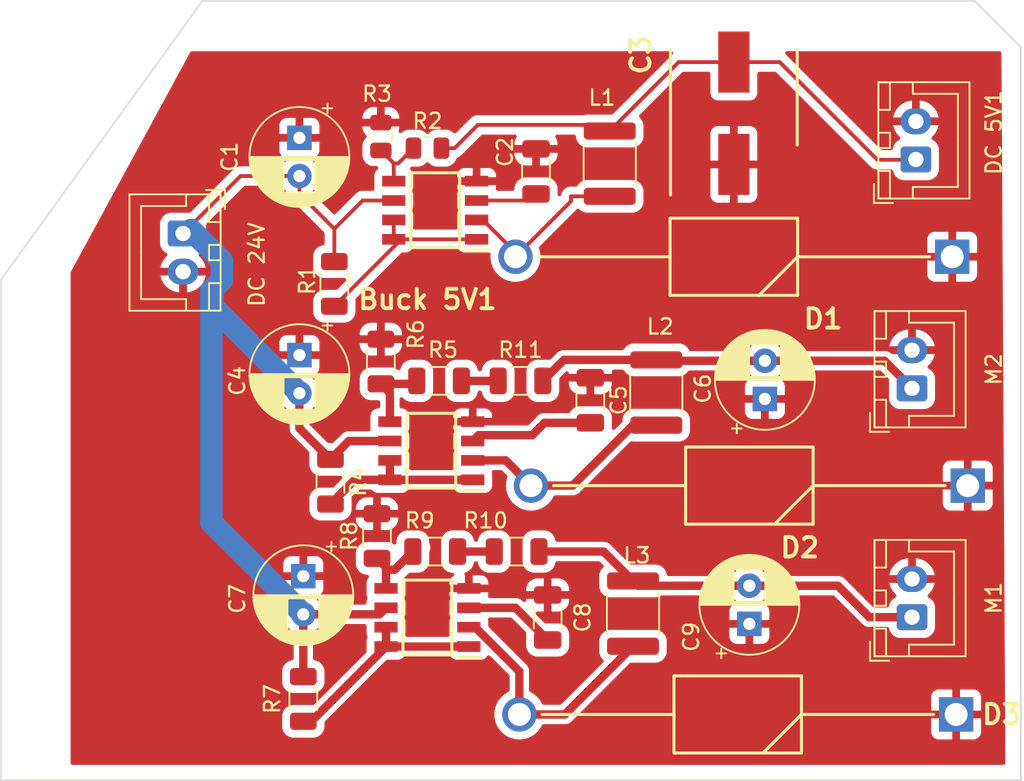
<source format=kicad_pcb>
(kicad_pcb (version 20211014) (generator pcbnew)
  (layers (0 "F.Cu" signal) (31 "B.Cu" signal) (34 "B.Paste" user) (35 "F.Paste" user) (36 "B.SilkS" user "B.Silkscreen") (37 "F.SilkS" user "F.Silkscreen") (38 "B.Mask" user) (39 "F.Mask" user) (44 "Edge.Cuts" user))
  (property "SHEETTOTAL" "1")
  (net 0 "")
  (net 1 "Net-(Buck 5V1-Pad1)")
  (net 2 "Net-(Buck 5V1-Pad2)")
  (net 3 "Net-(Buck 5V1-Pad3)")
  (net 4 "GND")
  (net 5 "Net-(Buck 5V1-Pad5)")
  (net 6 "Net-(Buck 12V2-Pad6)")
  (net 7 "Net-(Buck 12V1-Pad1)")
  (net 8 "Net-(Buck 12V1-Pad2)")
  (net 9 "Net-(Buck 12V1-Pad3)")
  (net 10 "Net-(Buck 12V1-Pad5)")
  (net 11 "Net-(Buck 12V2-Pad1)")
  (net 12 "Net-(Buck 12V2-Pad2)")
  (net 13 "Net-(Buck 12V2-Pad3)")
  (net 14 "Net-(Buck 12V2-Pad5)")
  (net 15 "Net-(C3-Pad2)")
  (net 16 "Net-(C6-Pad2)")
  (net 17 "Net-(C9-Pad2)")
  (net 18 "unconnected-(R5-Pad1)")
  (net 19 "unconnected-(R9-Pad1)")
  (footprint "Resistor_SMD:R_0805_2012Metric" (layer "F.Cu") (at 97.028 54.356 90)
    (fp_text reference "R3" (at 2.794 -0.254 180) (layer "F.SilkS"))
    (fp_text value "1K" hide)
    (pad "1" smd roundrect (at -0.9125 0 90) (size 1.025 1.4) (layers "F.Cu" "F.Paste" "F.Mask") (roundrect_rratio 0.243902) (net 5 "Net-(Buck 5V1-Pad5)"))
    (pad "2" smd roundrect (at 0.9125 0 90) (size 1.025 1.4) (layers "F.Cu" "F.Paste" "F.Mask") (roundrect_rratio 0.243902) (net 4 "GND"))
  )
  (footprint "Capacitor_SMD:C_1206_3216Metric" (layer "F.Cu") (at 107.188 56.642 -90)
    (fp_text reference "C2" (at -1.27 2.032 90) (layer "F.SilkS"))
    (fp_text value "470pF" hide)
    (pad "1" smd roundrect (at -1.475 0 270) (size 1.15 1.8) (layers "F.Cu" "F.Paste" "F.Mask") (roundrect_rratio 0.217391) (net 4 "GND"))
    (pad "2" smd roundrect (at 1.475 0 270) (size 1.15 1.8) (layers "F.Cu" "F.Paste" "F.Mask") (roundrect_rratio 0.217391) (net 3 "Net-(Buck 5V1-Pad3)"))
  )
  (footprint "Connector_JST:JST_XH_B2B-XH-A_1x02_P2.50mm_Vertical" (layer "F.Cu") (at 131.809 85.832 90)
    (fp_text reference "M1" (at 1.25 5.351 90) (layer "F.SilkS"))
    (fp_text value "2 PIN" hide)
    (pad "1" thru_hole roundrect (at 0 0 90) (size 1.7 2) (drill 1) (layers *.Cu *.Mask) (roundrect_rratio 0.147059) (net 17 "Net-(C9-Pad2)"))
    (pad "2" thru_hole oval (at 2.5 0 90) (size 1.7 2) (drill 1) (layers *.Cu *.Mask) (net 4 "GND"))
  )
  (footprint "Capacitor_SMD:C_1206_3216Metric" (layer "F.Cu") (at 110.744 71.628 -90)
    (fp_text reference "C5" (at 0 -1.85 90) (layer "F.SilkS"))
    (fp_text value "390nF" hide)
    (pad "1" smd roundrect (at -1.475 0 270) (size 1.15 1.8) (layers "F.Cu" "F.Paste" "F.Mask") (roundrect_rratio 0.217391) (net 4 "GND"))
    (pad "2" smd roundrect (at 1.475 0 270) (size 1.15 1.8) (layers "F.Cu" "F.Paste" "F.Mask") (roundrect_rratio 0.217391) (net 13 "Net-(Buck 12V2-Pad3)"))
  )
  (footprint "Resistor_SMD:R_0805_2012Metric" (layer "F.Cu") (at 100.076 55.118 180)
    (fp_text reference "R2" (at 0 1.778) (layer "F.SilkS"))
    (fp_text value "3K" hide)
    (pad "1" smd roundrect (at -0.9125 0 180) (size 1.025 1.4) (layers "F.Cu" "F.Paste" "F.Mask") (roundrect_rratio 0.243902) (net 15 "Net-(C3-Pad2)"))
    (pad "2" smd roundrect (at 0.9125 0 180) (size 1.025 1.4) (layers "F.Cu" "F.Paste" "F.Mask") (roundrect_rratio 0.243902) (net 5 "Net-(Buck 5V1-Pad5)"))
  )
  (footprint "Resistor_SMD:R_1206_3216Metric" (layer "F.Cu") (at 106.172 70.358 180)
    (fp_text reference "R11" (at 0 2.032) (layer "F.SilkS"))
    (fp_text value "39" hide)
    (pad "1" smd roundrect (at -1.4625 0 180) (size 1.125 1.75) (layers "F.Cu" "F.Paste" "F.Mask") (roundrect_rratio 0.222222) (net 16 "Net-(C6-Pad2)"))
    (pad "2" smd roundrect (at 1.4625 0 180) (size 1.125 1.75) (layers "F.Cu" "F.Paste" "F.Mask") (roundrect_rratio 0.222222) (net 18 "unconnected-(R5-Pad1)"))
  )
  (footprint "Resistor_SMD:R_1206_3216Metric" (layer "F.Cu") (at 93.98 64.008 -90)
    (fp_text reference "R1" (at -0.254 1.778 90) (layer "F.SilkS"))
    (fp_text value "0.33" hide)
    (pad "1" smd roundrect (at -1.4625 0 270) (size 1.125 1.75) (layers "F.Cu" "F.Paste" "F.Mask") (roundrect_rratio 0.222222) (net 6 "Net-(Buck 12V2-Pad6)"))
    (pad "2" smd roundrect (at 1.4625 0 270) (size 1.125 1.75) (layers "F.Cu" "F.Paste" "F.Mask") (roundrect_rratio 0.222222) (net 1 "Net-(Buck 5V1-Pad1)"))
  )
  (footprint "Capacitor_THT:CP_Radial_D6.3mm_P2.50mm" (layer "F.Cu") (at 122.174 71.54038 90)
    (fp_text reference "C6" (at 0.67438 -4.064 90) (layer "F.SilkS"))
    (fp_text value "100µF" hide)
    (pad "1" thru_hole rect (at 0 0 90) (size 1.6 1.6) (drill 0.8) (layers *.Cu *.Mask) (net 4 "GND"))
    (pad "2" thru_hole circle (at 2.5 0 90) (size 1.6 1.6) (drill 0.8) (layers *.Cu *.Mask) (net 16 "Net-(C6-Pad2)"))
  )
  (footprint "CarteAlimentation:Buck1,5A" (layer "F.Cu") (at 100.076 85.852 180)
    (fp_text reference "Buck 12V1" hide)
    (fp_text value "MC34063ADR2G" hide)
    (pad "1" smd rect (at -2.712 -1.905 270) (size 0.7 1.525) (layers "F.Cu" "F.Paste" "F.Mask") (net 7 "Net-(Buck 12V1-Pad1)"))
    (pad "2" smd rect (at -2.712 -0.635 270) (size 0.7 1.525) (layers "F.Cu" "F.Paste" "F.Mask") (net 8 "Net-(Buck 12V1-Pad2)"))
    (pad "3" smd rect (at -2.712 0.635 270) (size 0.7 1.525) (layers "F.Cu" "F.Paste" "F.Mask") (net 9 "Net-(Buck 12V1-Pad3)"))
    (pad "4" smd rect (at -2.712 1.905 270) (size 0.7 1.525) (layers "F.Cu" "F.Paste" "F.Mask") (net 4 "GND"))
    (pad "5" smd rect (at 2.712 1.905 270) (size 0.7 1.525) (layers "F.Cu" "F.Paste" "F.Mask") (net 10 "Net-(Buck 12V1-Pad5)"))
    (pad "6" smd rect (at 2.712 0.635 270) (size 0.7 1.525) (layers "F.Cu" "F.Paste" "F.Mask") (net 6 "Net-(Buck 12V2-Pad6)"))
    (pad "7" smd rect (at 2.712 -0.635 270) (size 0.7 1.525) (layers "F.Cu" "F.Paste" "F.Mask") (net 7 "Net-(Buck 12V1-Pad1)"))
    (pad "8" smd rect (at 2.712 -1.905 270) (size 0.7 1.525) (layers "F.Cu" "F.Paste" "F.Mask") (net 7 "Net-(Buck 12V1-Pad1)"))
  )
  (footprint "Capacitor_THT:CP_Radial_D6.3mm_P2.50mm" (layer "F.Cu") (at 91.694 54.443621 -90)
    (fp_text reference "C1" (at 1.25 4.572 -90) (layer "F.SilkS"))
    (fp_text value "100uF" hide)
    (pad "1" thru_hole rect (at 0 0 270) (size 1.6 1.6) (drill 0.8) (layers *.Cu *.Mask) (net 4 "GND"))
    (pad "2" thru_hole circle (at 2.5 0 270) (size 1.6 1.6) (drill 0.8) (layers *.Cu *.Mask) (net 6 "Net-(Buck 12V2-Pad6)"))
  )
  (footprint "Capacitor_THT:CP_Radial_D6.3mm_P2.50mm" (layer "F.Cu") (at 91.694 68.667621 -90)
    (fp_text reference "C4" (at 1.690379 4.064 90) (layer "F.SilkS"))
    (fp_text value "100µF" hide)
    (pad "1" thru_hole rect (at 0 0 270) (size 1.6 1.6) (drill 0.8) (layers *.Cu *.Mask) (net 6 "Net-(Buck 12V2-Pad6)"))
    (pad "2" thru_hole circle (at 2.5 0 270) (size 1.6 1.6) (drill 0.8) (layers *.Cu *.Mask) (net 6 "Net-(Buck 12V2-Pad6)"))
  )
  (footprint "CarteAlimentation:Buck1,5A" (layer "F.Cu") (at 100.584 59.182 180)
    (fp_text reference "Buck 5V1" (at 0.508 -5.842) (layer "F.SilkS") (effects (font (size 1.27 1.27) (thickness 0.254))))
    (fp_text value "MC34063ADR2G" hide)
    (pad "1" smd rect (at -2.712 -1.905 270) (size 0.7 1.525) (layers "F.Cu" "F.Paste" "F.Mask") (net 1 "Net-(Buck 5V1-Pad1)"))
    (pad "2" smd rect (at -2.712 -0.635 270) (size 0.7 1.525) (layers "F.Cu" "F.Paste" "F.Mask") (net 2 "Net-(Buck 5V1-Pad2)"))
    (pad "3" smd rect (at -2.712 0.635 270) (size 0.7 1.525) (layers "F.Cu" "F.Paste" "F.Mask") (net 3 "Net-(Buck 5V1-Pad3)"))
    (pad "4" smd rect (at -2.712 1.905 270) (size 0.7 1.525) (layers "F.Cu" "F.Paste" "F.Mask") (net 4 "GND"))
    (pad "5" smd rect (at 2.712 1.905 270) (size 0.7 1.525) (layers "F.Cu" "F.Paste" "F.Mask") (net 5 "Net-(Buck 5V1-Pad5)"))
    (pad "6" smd rect (at 2.712 0.635 270) (size 0.7 1.525) (layers "F.Cu" "F.Paste" "F.Mask") (net 6 "Net-(Buck 12V2-Pad6)"))
    (pad "7" smd rect (at 2.712 -0.635 270) (size 0.7 1.525) (layers "F.Cu" "F.Paste" "F.Mask") (net 1 "Net-(Buck 5V1-Pad1)"))
    (pad "8" smd rect (at 2.712 -1.905 270) (size 0.7 1.525) (layers "F.Cu" "F.Paste" "F.Mask") (net 1 "Net-(Buck 5V1-Pad1)"))
  )
  (footprint "Resistor_SMD:R_1206_3216Metric" (layer "F.Cu") (at 91.948 91.186 -90)
    (fp_text reference "R7" (at 0 2.032 90) (layer "F.SilkS"))
    (fp_text value "0.1" hide)
    (pad "1" smd roundrect (at -1.4625 0 270) (size 1.125 1.75) (layers "F.Cu" "F.Paste" "F.Mask") (roundrect_rratio 0.222222) (net 6 "Net-(Buck 12V2-Pad6)"))
    (pad "2" smd roundrect (at 1.4625 0 270) (size 1.125 1.75) (layers "F.Cu" "F.Paste" "F.Mask") (roundrect_rratio 0.222222) (net 7 "Net-(Buck 12V1-Pad1)"))
  )
  (footprint "Resistor_SMD:R_1206_3216Metric" (layer "F.Cu") (at 100.838 70.358 180)
    (fp_text reference "R5" (at -0.254 2.032) (layer "F.SilkS"))
    (fp_text value "910" hide)
    (pad "1" smd roundrect (at -1.4625 0 180) (size 1.125 1.75) (layers "F.Cu" "F.Paste" "F.Mask") (roundrect_rratio 0.222222) (net 18 "unconnected-(R5-Pad1)"))
    (pad "2" smd roundrect (at 1.4625 0 180) (size 1.125 1.75) (layers "F.Cu" "F.Paste" "F.Mask") (roundrect_rratio 0.222222) (net 14 "Net-(Buck 12V2-Pad5)"))
  )
  (footprint "CarteAlimentation:Diode3A1300V" (layer "F.Cu") (at 134.442 62.23 180)
    (fp_text reference "D1" (at 8.458 -4.064) (layer "F.SilkS") (effects (font (size 1.27 1.27) (thickness 0.254))))
    (fp_text value "D Schottky" hide)
    (pad "1" thru_hole rect locked (at 0 0 180) (size 2.25 2.25) (drill 1.5) (layers *.Cu *.Mask) (net 4 "GND"))
    (pad "2" thru_hole circle locked (at 28.6 0 180) (size 2.25 2.25) (drill 1.5) (layers *.Cu *.Mask) (net 2 "Net-(Buck 5V1-Pad2)"))
  )
  (footprint "CarteAlimentation:Diode3A1300V" (layer "F.Cu") (at 135.458 77.216 180)
    (fp_text reference "D2" (at 10.998 -4.064) (layer "F.SilkS") (effects (font (size 1.27 1.27) (thickness 0.254))))
    (fp_text value "D Schottky" hide)
    (pad "1" thru_hole rect locked (at 0 0 180) (size 2.25 2.25) (drill 1.5) (layers *.Cu *.Mask) (net 4 "GND"))
    (pad "2" thru_hole circle locked (at 28.6 0 180) (size 2.25 2.25) (drill 1.5) (layers *.Cu *.Mask) (net 12 "Net-(Buck 12V2-Pad2)"))
  )
  (footprint "Connector_JST:JST_XH_B2B-XH-A_1x02_P2.50mm_Vertical" (layer "F.Cu") (at 84.074 60.706 -90)
    (fp_text reference "DC 24V" (at 2.032 -4.826 90) (layer "F.SilkS"))
    (fp_text value "2 PIN" hide)
    (pad "1" thru_hole roundrect (at 0 0 270) (size 1.7 2) (drill 1) (layers *.Cu *.Mask) (roundrect_rratio 0.147059) (net 6 "Net-(Buck 12V2-Pad6)"))
    (pad "2" thru_hole oval (at 2.5 0 270) (size 1.7 2) (drill 1) (layers *.Cu *.Mask) (net 4 "GND"))
  )
  (footprint "Connector_JST:JST_XH_B2B-XH-A_1x02_P2.50mm_Vertical" (layer "F.Cu") (at 132.063 55.86 90)
    (fp_text reference "DC 5V1" (at 1.758 5.097 270) (layer "F.SilkS"))
    (fp_text value "2 PIN" hide)
    (pad "1" thru_hole roundrect (at 0 0 90) (size 1.7 2) (drill 1) (layers *.Cu *.Mask) (roundrect_rratio 0.147059) (net 15 "Net-(C3-Pad2)"))
    (pad "2" thru_hole oval (at 2.5 0 90) (size 1.7 2) (drill 1) (layers *.Cu *.Mask) (net 4 "GND"))
  )
  (footprint "CarteAlimentation:Diode3A1300V" (layer "F.Cu") (at 134.696 92.202 180)
    (fp_text reference "D3" (at -2.972 0) (layer "F.SilkS") (effects (font (size 1.27 1.27) (thickness 0.254))))
    (fp_text value "D Schottky" hide)
    (pad "1" thru_hole rect locked (at 0 0 180) (size 2.25 2.25) (drill 1.5) (layers *.Cu *.Mask) (net 4 "GND"))
    (pad "2" thru_hole circle locked (at 28.6 0 180) (size 2.25 2.25) (drill 1.5) (layers *.Cu *.Mask) (net 8 "Net-(Buck 12V1-Pad2)"))
  )
  (footprint "Resistor_SMD:R_1206_3216Metric" (layer "F.Cu") (at 97.028 69.088 90)
    (fp_text reference "R6" (at 1.778 2.286 90) (layer "F.SilkS"))
    (fp_text value "8.2K" hide)
    (pad "1" smd roundrect (at -1.4625 0 90) (size 1.125 1.75) (layers "F.Cu" "F.Paste" "F.Mask") (roundrect_rratio 0.222222) (net 14 "Net-(Buck 12V2-Pad5)"))
    (pad "2" smd roundrect (at 1.4625 0 90) (size 1.125 1.75) (layers "F.Cu" "F.Paste" "F.Mask") (roundrect_rratio 0.222222) (net 4 "GND"))
  )
  (footprint "Inductor_SMD:L_1812_4532Metric" (layer "F.Cu") (at 115.062 71.12 -90)
    (fp_text reference "L2" (at -4.318 -0.254 180) (layer "F.SilkS"))
    (fp_text value "Inductor" hide)
    (pad "1" smd roundrect (at -2.1375 0 270) (size 1.125 3.4) (layers "F.Cu" "F.Paste" "F.Mask") (roundrect_rratio 0.222222) (net 16 "Net-(C6-Pad2)"))
    (pad "2" smd roundrect (at 2.1375 0 270) (size 1.125 3.4) (layers "F.Cu" "F.Paste" "F.Mask") (roundrect_rratio 0.222222) (net 12 "Net-(Buck 12V2-Pad2)"))
  )
  (footprint "CarteAlimentation:Cap470uF" (layer "F.Cu") (at 120.142 52.832 90)
    (fp_text reference "C3" (at 3.81 -6.096 90) (layer "F.SilkS") (effects (font (size 1.27 1.27) (thickness 0.254))))
    (fp_text value "470µF" hide)
    (pad "1" smd rect locked (at -3.35 0 180) (size 2.05 4) (layers "F.Cu" "F.Paste" "F.Mask") (net 4 "GND"))
    (pad "2" smd rect locked (at 3.35 0 180) (size 2.05 4) (layers "F.Cu" "F.Paste" "F.Mask") (net 15 "Net-(C3-Pad2)"))
  )
  (footprint "Resistor_SMD:R_1206_3216Metric" (layer "F.Cu") (at 93.726 76.962 -90)
    (fp_text reference "R4" (at 0 -1.82 90) (layer "F.SilkS"))
    (fp_text value "0.1" hide)
    (pad "1" smd roundrect (at -1.4625 0 270) (size 1.125 1.75) (layers "F.Cu" "F.Paste" "F.Mask") (roundrect_rratio 0.222222) (net 6 "Net-(Buck 12V2-Pad6)"))
    (pad "2" smd roundrect (at 1.4625 0 270) (size 1.125 1.75) (layers "F.Cu" "F.Paste" "F.Mask") (roundrect_rratio 0.222222) (net 11 "Net-(Buck 12V2-Pad1)"))
  )
  (footprint "Inductor_SMD:L_1812_4532Metric" (layer "F.Cu") (at 112.014 56.134 -90)
    (fp_text reference "L1" (at -4.318 0.508 180) (layer "F.SilkS"))
    (fp_text value "Inductor" hide)
    (pad "1" smd roundrect (at -2.1375 0 270) (size 1.125 3.4) (layers "F.Cu" "F.Paste" "F.Mask") (roundrect_rratio 0.222222) (net 15 "Net-(C3-Pad2)"))
    (pad "2" smd roundrect (at 2.1375 0 270) (size 1.125 3.4) (layers "F.Cu" "F.Paste" "F.Mask") (roundrect_rratio 0.222222) (net 2 "Net-(Buck 5V1-Pad2)"))
  )
  (footprint "Capacitor_THT:CP_Radial_D6.3mm_P2.50mm" (layer "F.Cu") (at 91.948 83.145621 -90)
    (fp_text reference "C7" (at 1.484 4.318 90) (layer "F.SilkS"))
    (fp_text value "100µF" hide)
    (pad "1" thru_hole rect (at 0 0 270) (size 1.6 1.6) (drill 0.8) (layers *.Cu *.Mask) (net 6 "Net-(Buck 12V2-Pad6)"))
    (pad "2" thru_hole circle (at 2.5 0 270) (size 1.6 1.6) (drill 0.8) (layers *.Cu *.Mask) (net 6 "Net-(Buck 12V2-Pad6)"))
  )
  (footprint "Connector_JST:JST_XH_B2B-XH-A_1x02_P2.50mm_Vertical" (layer "F.Cu") (at 131.809 70.846 90)
    (fp_text reference "M2" (at 1.25 5.351 90) (layer "F.SilkS"))
    (fp_text value "2 PIN" hide)
    (pad "1" thru_hole roundrect (at 0 0 90) (size 1.7 2) (drill 1) (layers *.Cu *.Mask) (roundrect_rratio 0.147059) (net 16 "Net-(C6-Pad2)"))
    (pad "2" thru_hole oval (at 2.5 0 90) (size 1.7 2) (drill 1) (layers *.Cu *.Mask) (net 4 "GND"))
  )
  (footprint "Capacitor_THT:CP_Radial_D6.3mm_P2.50mm" (layer "F.Cu") (at 121.158 86.27238 90)
    (fp_text reference "C9" (at -0.84962 -3.81 90) (layer "F.SilkS"))
    (fp_text value "100µF" hide)
    (pad "1" thru_hole rect (at 0 0 90) (size 1.6 1.6) (drill 0.8) (layers *.Cu *.Mask) (net 4 "GND"))
    (pad "2" thru_hole circle (at 2.5 0 90) (size 1.6 1.6) (drill 0.8) (layers *.Cu *.Mask) (net 17 "Net-(C9-Pad2)"))
  )
  (footprint "Capacitor_SMD:C_1206_3216Metric" (layer "F.Cu") (at 107.95 85.852 -90)
    (fp_text reference "C8" (at 0 -2.286 90) (layer "F.SilkS"))
    (fp_text value "390nF" hide)
    (pad "1" smd roundrect (at -1.475 0 270) (size 1.15 1.8) (layers "F.Cu" "F.Paste" "F.Mask") (roundrect_rratio 0.217391) (net 4 "GND"))
    (pad "2" smd roundrect (at 1.475 0 270) (size 1.15 1.8) (layers "F.Cu" "F.Paste" "F.Mask") (roundrect_rratio 0.217391) (net 9 "Net-(Buck 12V1-Pad3)"))
  )
  (footprint "Resistor_SMD:R_1206_3216Metric" (layer "F.Cu") (at 105.918 81.534)
    (fp_text reference "R10" (at -2.032 -2.032) (layer "F.SilkS"))
    (fp_text value "39" hide)
    (pad "1" smd roundrect (at -1.4625 0) (size 1.125 1.75) (layers "F.Cu" "F.Paste" "F.Mask") (roundrect_rratio 0.222222) (net 19 "unconnected-(R9-Pad1)"))
    (pad "2" smd roundrect (at 1.4625 0) (size 1.125 1.75) (layers "F.Cu" "F.Paste" "F.Mask") (roundrect_rratio 0.222222) (net 17 "Net-(C9-Pad2)"))
  )
  (footprint "Inductor_SMD:L_1812_4532Metric" (layer "F.Cu") (at 113.538 85.598 -90)
    (fp_text reference "L3" (at -3.81 -0.254 180) (layer "F.SilkS"))
    (fp_text value "Inductor" hide)
    (pad "1" smd roundrect (at -2.1375 0 270) (size 1.125 3.4) (layers "F.Cu" "F.Paste" "F.Mask") (roundrect_rratio 0.222222) (net 17 "Net-(C9-Pad2)"))
    (pad "2" smd roundrect (at 2.1375 0 270) (size 1.125 3.4) (layers "F.Cu" "F.Paste" "F.Mask") (roundrect_rratio 0.222222) (net 8 "Net-(Buck 12V1-Pad2)"))
  )
  (footprint "CarteAlimentation:Buck1,5A" (layer "F.Cu") (at 100.33 74.93 180)
    (fp_text reference "Buck 12V2" hide)
    (fp_text value "MC34063ADR2G" hide)
    (pad "1" smd rect (at -2.712 -1.905 270) (size 0.7 1.525) (layers "F.Cu" "F.Paste" "F.Mask") (net 11 "Net-(Buck 12V2-Pad1)"))
    (pad "2" smd rect (at -2.712 -0.635 270) (size 0.7 1.525) (layers "F.Cu" "F.Paste" "F.Mask") (net 12 "Net-(Buck 12V2-Pad2)"))
    (pad "3" smd rect (at -2.712 0.635 270) (size 0.7 1.525) (layers "F.Cu" "F.Paste" "F.Mask") (net 13 "Net-(Buck 12V2-Pad3)"))
    (pad "4" smd rect (at -2.712 1.905 270) (size 0.7 1.525) (layers "F.Cu" "F.Paste" "F.Mask") (net 4 "GND"))
    (pad "5" smd rect (at 2.712 1.905 270) (size 0.7 1.525) (layers "F.Cu" "F.Paste" "F.Mask") (net 14 "Net-(Buck 12V2-Pad5)"))
    (pad "6" smd rect (at 2.712 0.635 270) (size 0.7 1.525) (layers "F.Cu" "F.Paste" "F.Mask") (net 6 "Net-(Buck 12V2-Pad6)"))
    (pad "7" smd rect (at 2.712 -0.635 270) (size 0.7 1.525) (layers "F.Cu" "F.Paste" "F.Mask") (net 11 "Net-(Buck 12V2-Pad1)"))
    (pad "8" smd rect (at 2.712 -1.905 270) (size 0.7 1.525) (layers "F.Cu" "F.Paste" "F.Mask") (net 11 "Net-(Buck 12V2-Pad1)"))
  )
  (footprint "Resistor_SMD:R_1206_3216Metric" (layer "F.Cu") (at 100.584 81.534 180)
    (fp_text reference "R9" (at 1.016 2.032) (layer "F.SilkS"))
    (fp_text value "910" hide)
    (pad "1" smd roundrect (at -1.4625 0 180) (size 1.125 1.75) (layers "F.Cu" "F.Paste" "F.Mask") (roundrect_rratio 0.222222) (net 19 "unconnected-(R9-Pad1)"))
    (pad "2" smd roundrect (at 1.4625 0 180) (size 1.125 1.75) (layers "F.Cu" "F.Paste" "F.Mask") (roundrect_rratio 0.222222) (net 10 "Net-(Buck 12V1-Pad5)"))
  )
  (footprint "Resistor_SMD:R_1206_3216Metric" (layer "F.Cu") (at 96.774 80.518 90)
    (fp_text reference "R8" (at 0 -1.82 90) (layer "F.SilkS"))
    (fp_text value "8.2K" hide)
    (pad "1" smd roundrect (at -1.4625 0 90) (size 1.125 1.75) (layers "F.Cu" "F.Paste" "F.Mask") (roundrect_rratio 0.222222) (net 10 "Net-(Buck 12V1-Pad5)"))
    (pad "2" smd roundrect (at 1.4625 0 90) (size 1.125 1.75) (layers "F.Cu" "F.Paste" "F.Mask") (roundrect_rratio 0.222222) (net 4 "GND"))
  )
  (gr_line (start 85.344 45.466) (end 135.89 45.466) (layer "Edge.Cuts") (width 0.1))
  (gr_line (start 138.938 48.514) (end 135.89 45.466) (layer "Edge.Cuts") (width 0.1))
  (gr_line (start 138.938 96.52) (end 138.938 48.514) (layer "Edge.Cuts") (width 0.1))
  (gr_line (start 72.136 63.754) (end 85.344 45.466) (layer "Edge.Cuts") (width 0.1))
  (gr_line (start 72.136 96.52) (end 138.938 96.52) (layer "Edge.Cuts") (width 0.1))
  (gr_line (start 72.136 63.754) (end 72.136 96.52) (layer "Edge.Cuts") (width 0.1))
  (segment (start 93.98 65.4705) (end 98.3635 61.087) (width 0.25) (layer "F.Cu") (net 1))
  (segment (start 97.872 59.817) (end 97.872 61.087) (width 0.25) (layer "F.Cu") (net 1))
  (segment (start 98.3635 61.087) (end 103.296 61.087) (width 0.25) (layer "F.Cu") (net 1))
  (segment (start 103.296 59.817) (end 103.7085 59.817) (width 0.25) (layer "F.Cu") (net 2))
  (segment (start 103.7085 59.817) (end 105.842 61.9505) (width 0.25) (layer "F.Cu") (net 2))
  (segment (start 105.842 62.23) (end 109.474 58.598) (width 0.25) (layer "F.Cu") (net 2))
  (segment (start 105.842 61.9505) (end 105.842 62.23) (width 0.25) (layer "F.Cu") (net 2))
  (segment (start 109.474 58.2715) (end 112.014 58.2715) (width 0.25) (layer "F.Cu") (net 2))
  (segment (start 109.474 58.598) (end 109.474 58.2715) (width 0.25) (layer "F.Cu") (net 2))
  (segment (start 106.758 58.547) (end 107.188 58.117) (width 0.25) (layer "F.Cu") (net 3))
  (segment (start 103.296 58.547) (end 106.758 58.547) (width 0.25) (layer "F.Cu") (net 3))
  (segment (start 97.872 56.1125) (end 97.028 55.2685) (width 0.25) (layer "F.Cu") (net 5))
  (segment (start 97.872 56.1125) (end 98.169 56.1125) (width 0.25) (layer "F.Cu") (net 5))
  (segment (start 97.872 57.277) (end 97.872 56.1125) (width 0.25) (layer "F.Cu") (net 5))
  (segment (start 98.169 56.1125) (end 99.1635 55.118) (width 0.25) (layer "F.Cu") (net 5))
  (segment (start 91.694 71.167621) (end 91.694 73.4675) (width 0.55) (layer "F.Cu") (net 6))
  (segment (start 93.98 60.403) (end 95.836 58.547) (width 0.25) (layer "F.Cu") (net 6))
  (segment (start 91.948 85.645621) (end 96.935379 85.645621) (width 0.55) (layer "F.Cu") (net 6))
  (segment (start 91.948 89.7235) (end 91.948 85.645621) (width 0.55) (layer "F.Cu") (net 6))
  (segment (start 91.694 73.4675) (end 93.726 75.4995) (width 0.55) (layer "F.Cu") (net 6))
  (segment (start 91.694 56.943621) (end 91.694 58.117) (width 0.25) (layer "F.Cu") (net 6))
  (segment (start 93.726 75.4995) (end 94.9305 74.295) (width 0.55) (layer "F.Cu") (net 6))
  (segment (start 94.9305 74.295) (end 97.618 74.295) (width 0.55) (layer "F.Cu") (net 6))
  (segment (start 84.074 60.706) (end 87.836379 56.943621) (width 0.25) (layer "F.Cu") (net 6))
  (segment (start 95.836 58.547) (end 97.872 58.547) (width 0.25) (layer "F.Cu") (net 6))
  (segment (start 93.98 60.403) (end 93.98 62.5455) (width 0.25) (layer "F.Cu") (net 6))
  (segment (start 96.935379 85.645621) (end 97.364 85.217) (width 0.55) (layer "F.Cu") (net 6))
  (segment (start 91.694 58.117) (end 93.98 60.403) (width 0.25) (layer "F.Cu") (net 6))
  (segment (start 87.836379 56.943621) (end 91.694 56.943621) (width 0.25) (layer "F.Cu") (net 6))
  (segment (start 85.924 79.621622) (end 91.948 85.645621) (width 1.47) (layer "B.Cu") (net 6))
  (segment (start 86.082189 65.555811) (end 86.614 65.024) (width 0.25) (layer "B.Cu") (net 6))
  (segment (start 86.614 65.024) (end 86.614 63.754) (width 0.25) (layer "B.Cu") (net 6))
  (segment (start 91.694 71.167621) (end 86.082189 65.555811) (width 1.47) (layer "B.Cu") (net 6))
  (segment (start 86.614 63.754) (end 85.924 64.444) (width 1.47) (layer "B.Cu") (net 6))
  (segment (start 86.614 63.754) (end 86.614 62.487) (width 1.47) (layer "B.Cu") (net 6))
  (segment (start 86.614 62.487) (end 84.599 60.472) (width 1.47) (layer "B.Cu") (net 6))
  (segment (start 85.924 64.444) (end 85.924 79.621622) (width 1.47) (layer "B.Cu") (net 6))
  (segment (start 97.364 87.757) (end 102.788 87.757) (width 0.55) (layer "F.Cu") (net 7))
  (segment (start 97.364 86.487) (end 97.364 87.757) (width 0.55) (layer "F.Cu") (net 7))
  (segment (start 92.4725 92.6485) (end 97.364 87.757) (width 0.55) (layer "F.Cu") (net 7))
  (segment (start 91.948 92.6485) (end 92.4725 92.6485) (width 0.25) (layer "F.Cu") (net 7))
  (segment (start 103.2005 86.487) (end 106.096 89.3825) (width 0.55) (layer "F.Cu") (net 8))
  (segment (start 106.096 89.3825) (end 106.096 92.202) (width 0.55) (layer "F.Cu") (net 8))
  (segment (start 106.096 92.202) (end 109.0715 92.202) (width 0.55) (layer "F.Cu") (net 8))
  (segment (start 109.0715 92.202) (end 113.538 87.7355) (width 0.55) (layer "F.Cu") (net 8))
  (segment (start 102.788 86.487) (end 103.2005 86.487) (width 0.55) (layer "F.Cu") (net 8))
  (segment (start 102.788 85.217) (end 105.84 85.217) (width 0.55) (layer "F.Cu") (net 9))
  (segment (start 105.84 85.217) (end 107.95 87.327) (width 0.55) (layer "F.Cu") (net 9))
  (segment (start 97.364 83.947) (end 97.364 82.722) (width 0.55) (layer "F.Cu") (net 10))
  (segment (start 97.364 82.722) (end 97.9335 82.722) (width 0.55) (layer "F.Cu") (net 10))
  (segment (start 97.9335 82.722) (end 99.1215 81.534) (width 0.55) (layer "F.Cu") (net 10))
  (segment (start 97.364 82.722) (end 97.364 82.5705) (width 0.25) (layer "F.Cu") (net 10))
  (segment (start 97.364 82.5705) (end 96.774 81.9805) (width 0.55) (layer "F.Cu") (net 10))
  (segment (start 97.618 75.565) (end 97.618 76.835) (width 0.55) (layer "F.Cu") (net 11))
  (segment (start 97.618 76.835) (end 103.042 76.835) (width 0.55) (layer "F.Cu") (net 11))
  (segment (start 93.726 78.4245) (end 95.3155 76.835) (width 0.55) (layer "F.Cu") (net 11))
  (segment (start 95.3155 76.835) (end 97.618 76.835) (width 0.55) (layer "F.Cu") (net 11))
  (segment (start 106.858 77.216) (end 109.5795 77.216) (width 0.55) (layer "F.Cu") (net 12))
  (segment (start 109.5795 77.216) (end 113.538 73.2575) (width 0.55) (layer "F.Cu") (net 12))
  (segment (start 103.042 75.565) (end 105.207 75.565) (width 0.55) (layer "F.Cu") (net 12))
  (segment (start 105.207 75.565) (end 106.858 77.216) (width 0.55) (layer "F.Cu") (net 12))
  (segment (start 103.423 73.914) (end 106.934 73.914) (width 0.55) (layer "F.Cu") (net 13))
  (segment (start 106.934 73.914) (end 107.745 73.103) (width 0.55) (layer "F.Cu") (net 13))
  (segment (start 107.745 73.103) (end 110.744 73.103) (width 0.55) (layer "F.Cu") (net 13))
  (segment (start 103.042 74.295) (end 103.423 73.914) (width 0.55) (layer "F.Cu") (net 13))
  (segment (start 99.183 70.5505) (end 99.3755 70.358) (width 0.25) (layer "F.Cu") (net 14))
  (segment (start 97.028 70.5505) (end 99.183 70.5505) (width 0.55) (layer "F.Cu") (net 14))
  (segment (start 97.618 73.025) (end 97.618 71.1405) (width 0.55) (layer "F.Cu") (net 14))
  (segment (start 97.618 71.1405) (end 97.028 70.5505) (width 0.55) (layer "F.Cu") (net 14))
  (segment (start 112.014 53.9965) (end 116.5285 49.482) (width 0.25) (layer "F.Cu") (net 15))
  (segment (start 116.5285 49.482) (end 120.142 49.482) (width 0.25) (layer "F.Cu") (net 15))
  (segment (start 123.142 49.482) (end 129.54 55.88) (width 0.25) (layer "F.Cu") (net 15))
  (segment (start 132.043 55.88) (end 129.58 55.88) (width 0.25) (layer "F.Cu") (net 15))
  (segment (start 111.6115 53.594) (end 112.014 53.9965) (width 0.25) (layer "F.Cu") (net 15))
  (segment (start 100.9885 55.118) (end 101.854 55.118) (width 0.25) (layer "F.Cu") (net 15))
  (segment (start 101.854 55.118) (end 103.378 53.594) (width 0.25) (layer "F.Cu") (net 15))
  (segment (start 132.063 55.86) (end 132.043 55.88) (width 0.25) (layer "F.Cu") (net 15))
  (segment (start 129.58 55.88) (end 129.56 55.86) (width 0.25) (layer "F.Cu") (net 15))
  (segment (start 120.142 49.482) (end 123.142 49.482) (width 0.25) (layer "F.Cu") (net 15))
  (segment (start 103.378 53.594) (end 111.6115 53.594) (width 0.25) (layer "F.Cu") (net 15))
  (segment (start 122.174 69.04038) (end 130.00338 69.04038) (width 0.55) (layer "F.Cu") (net 16))
  (segment (start 109.01 68.9825) (end 115.062 68.9825) (width 0.55) (layer "F.Cu") (net 16))
  (segment (start 115.11988 69.04038) (end 122.174 69.04038) (width 0.55) (layer "F.Cu") (net 16))
  (segment (start 107.6345 70.358) (end 109.01 68.9825) (width 0.55) (layer "F.Cu") (net 16))
  (segment (start 130.00338 69.04038) (end 131.809 70.846) (width 0.55) (layer "F.Cu") (net 16))
  (segment (start 115.062 68.9825) (end 115.11988 69.04038) (width 0.25) (layer "F.Cu") (net 16))
  (segment (start 113.538 83.4605) (end 111.6115 81.534) (width 0.55) (layer "F.Cu") (net 17))
  (segment (start 111.6115 81.534) (end 107.3805 81.534) (width 0.55) (layer "F.Cu") (net 17))
  (segment (start 113.538 83.4605) (end 113.84988 83.77238) (width 0.25) (layer "F.Cu") (net 17))
  (segment (start 131.809 85.832) (end 129.015 85.832) (width 0.55) (layer "F.Cu") (net 17))
  (segment (start 129.015 85.832) (end 126.95538 83.77238) (width 0.55) (layer "F.Cu") (net 17))
  (segment (start 121.158 83.77238) (end 126.95538 83.77238) (width 0.55) (layer "F.Cu") (net 17))
  (segment (start 113.84988 83.77238) (end 121.158 83.77238) (width 0.55) (layer "F.Cu") (net 17))
  (segment (start 102.3005 70.358) (end 104.7095 70.358) (width 0.55) (layer "F.Cu") (net 18))
  (segment (start 102.0465 81.534) (end 104.4555 81.534) (width 0.55) (layer "F.Cu") (net 19))
  (zone (net 4) (net_name "GND") (layer "F.Cu") (connect_pads (clearance 0.508)) (min_thickness 0.254) (fill yes (thermal_gap 0.508) (thermal_bridge_width 0.508))
    (polygon (pts (xy 137.922 95.504) (xy 76.708 95.504) (xy 76.708 63.246) (xy 84.582 48.768) (xy 137.668 48.768)))
  )
)
</source>
